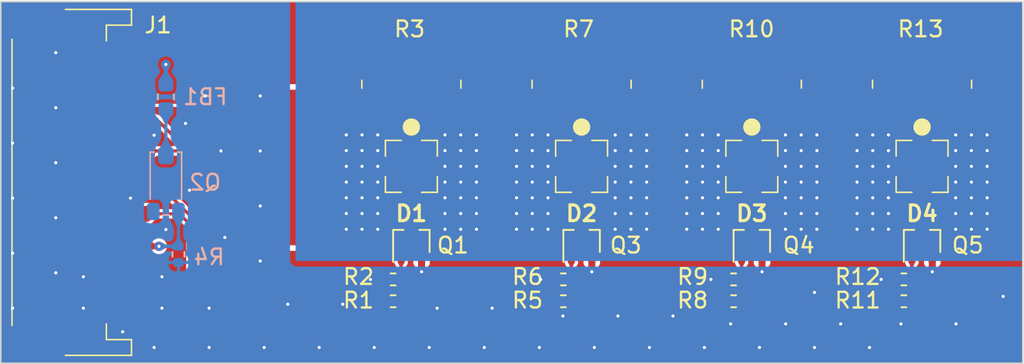
<source format=kicad_pcb>
(kicad_pcb (version 20221018) (generator pcbnew)
  (layers (0 "F.Cu" signal) (31 "B.Cu" signal) (34 "B.Paste" user) (35 "F.Paste" user) (36 "B.SilkS" user "B.Silkscreen") (37 "F.SilkS" user "F.Silkscreen") (38 "B.Mask" user) (39 "F.Mask" user) (44 "Edge.Cuts" user))
  (net 0 "")
  (net 1 "Net-(D1-A)")
  (net 2 "Net-(D1-K)")
  (net 3 "/ThermalNet")
  (net 4 "Net-(D2-A)")
  (net 5 "Net-(D2-K)")
  (net 6 "Net-(D3-A)")
  (net 7 "Net-(D3-K)")
  (net 8 "Net-(D4-A)")
  (net 9 "Net-(D4-K)")
  (net 10 "+5V")
  (net 11 "Net-(Q2-C)")
  (net 12 "/Led_High_Red")
  (net 13 "/Led_Far_Red")
  (net 14 "/Led_Deep_Blue")
  (net 15 "/Led_White")
  (net 16 "/Light_Signal")
  (net 17 "GND")
  (net 18 "Net-(Q1-G)")
  (net 19 "Net-(Q3-G)")
  (net 20 "Net-(Q4-G)")
  (net 21 "Net-(Q5-G)")
  (footprint "TrucPourPlantes:R_1225(reversed)" (layer "F.Cu") (at 126.1125 55.255 -90)
    (fp_text reference "R3" (at -3.505 0.1125) (layer "F.SilkS"))
    (fp_text value "9.1Ω")
    (fp_line (start -0.25 -3.15) (end 0.25 -3.15) (stroke (width 0.1)) (layer "F.SilkS"))
    (fp_line (start -0.25 3.15) (end 0.25 3.15) (stroke (width 0.1)) (layer "F.SilkS"))
    (pad "1" smd roundrect (at -1.4 0 270) (size 1.6 6.6) (layers "F.Cu" "F.Paste" "F.Mask") (roundrect_rratio 0.238095) (net 10 "+5V"))
    (pad "2" smd roundrect (at 1.4 0 270) (size 1.6 6.6) (layers "F.Cu" "F.Paste" "F.Mask") (roundrect_rratio 0.238095) (net 1 "Net-(D1-A)"))
  )
  (footprint "Resistor_SMD:R_0402_1005Metric" (layer "F.Cu") (at 124.9525 67.67)
    (fp_text reference "R2" (at -2.2025 -0.17) (layer "F.SilkS"))
    (fp_text value "10kΩ")
    (fp_line (start -0.153641 -0.38) (end 0.153641 -0.38) (stroke (width 0.12)) (layer "F.SilkS"))
    (fp_line (start -0.153641 0.38) (end 0.153641 0.38) (stroke (width 0.12)) (layer "F.SilkS"))
    (pad "1" smd roundrect (at -0.51 0) (size 0.54 0.64) (layers "F.Cu" "F.Paste" "F.Mask") (net 17 "GND"))
    (pad "2" smd roundrect (at 0.51 0) (size 0.54 0.64) (layers "F.Cu" "F.Paste" "F.Mask") (net 18 "Net-(Q1-G)"))
  )
  (footprint "TrucPourPlantes:LED_Osram_GH_CSSRML.24" (layer "F.Cu") (at 126.1125 60.48)
    (fp_text reference "D1" (at 0 3 unlocked) (layer "F.SilkS") (effects (font (thickness 0.2) bold)))
    (fp_text value "Red")
    (fp_line (start -1.65 -1.65) (end -0.65 -1.65) (stroke (width 0.1)) (layer "F.SilkS"))
    (fp_line (start -1.65 -0.65) (end -1.65 -1.65) (stroke (width 0.1)) (layer "F.SilkS"))
    (fp_line (start -1.65 0.65) (end -1.65 1.65) (stroke (width 0.1)) (layer "F.SilkS"))
    (fp_line (start -0.65 1.65) (end -1.65 1.65) (stroke (width 0.1)) (layer "F.SilkS"))
    (fp_line (start 0.65 -1.65) (end 1.65 -1.65) (stroke (width 0.1)) (layer "F.SilkS"))
    (fp_line (start 0.65 1.65) (end 1.65 1.65) (stroke (width 0.1)) (layer "F.SilkS"))
    (fp_line (start 1.65 -0.65) (end 1.65 -1.65) (stroke (width 0.1)) (layer "F.SilkS"))
    (fp_line (start 1.65 0.65) (end 1.65 1.65) (stroke (width 0.1)) (layer "F.SilkS"))
    (fp_circle (center 0 -2.5) (end 0.5 -2.5) (stroke (width 0.1)) (fill solid) (layer "F.SilkS"))
    (pad "1" smd rect (at 0 -1.125 180) (size 2.8 0.55) (layers "F.Cu" "F.Paste" "F.Mask") (net 1 "Net-(D1-A)"))
    (pad "2" smd rect (at 0 1.125) (size 2.8 0.55) (layers "F.Cu" "F.Paste" "F.Mask") (net 2 "Net-(D1-K)"))
    (pad "3" smd rect (at 0 0 180) (size 2.8 1) (layers "F.Cu" "F.Paste" "F.Mask") (net 3 "/ThermalNet"))
  )
  (footprint "TrucPourPlantes:LED_Osram_GF_CSSRML.24" (layer "F.Cu") (at 136.939166 60.48)
    (fp_text reference "D2" (at 0 3 unlocked) (layer "F.SilkS") (effects (font (thickness 0.2) bold)))
    (fp_text value "Far Red")
    (fp_line (start -1.65 -1.65) (end -0.65 -1.65) (stroke (width 0.1)) (layer "F.SilkS"))
    (fp_line (start -1.65 -0.65) (end -1.65 -1.65) (stroke (width 0.1)) (layer "F.SilkS"))
    (fp_line (start -1.65 0.65) (end -1.65 1.65) (stroke (width 0.1)) (layer "F.SilkS"))
    (fp_line (start -0.65 1.65) (end -1.65 1.65) (stroke (width 0.1)) (layer "F.SilkS"))
    (fp_line (start 0.65 -1.65) (end 1.65 -1.65) (stroke (width 0.1)) (layer "F.SilkS"))
    (fp_line (start 0.65 1.65) (end 1.65 1.65) (stroke (width 0.1)) (layer "F.SilkS"))
    (fp_line (start 1.65 -0.65) (end 1.65 -1.65) (stroke (width 0.1)) (layer "F.SilkS"))
    (fp_line (start 1.65 0.65) (end 1.65 1.65) (stroke (width 0.1)) (layer "F.SilkS"))
    (fp_circle (center 0 -2.5) (end 0.5 -2.5) (stroke (width 0.1)) (fill solid) (layer "F.SilkS"))
    (pad "1" smd rect (at 0 -1.125 180) (size 2.8 0.55) (layers "F.Cu" "F.Paste" "F.Mask") (net 4 "Net-(D2-A)"))
    (pad "2" smd rect (at 0 1.125) (size 2.8 0.55) (layers "F.Cu" "F.Paste" "F.Mask") (net 5 "Net-(D2-K)"))
    (pad "3" smd rect (at 0 0 180) (size 2.8 1) (layers "F.Cu" "F.Paste" "F.Mask") (net 3 "/ThermalNet"))
  )
  (footprint "Package_TO_SOT_SMD:SOT-323_SC-70" (layer "F.Cu") (at 147.765832 65.25 90)
    (fp_text reference "Q4" (at -0.25 2.984168) (layer "F.SilkS"))
    (fp_text value "~")
    (fp_line (start -0.68 1.16) (end 0.73 1.16) (stroke (width 0.12)) (layer "F.SilkS"))
    (fp_line (start 0.73 -1.16) (end -1.3 -1.16) (stroke (width 0.12)) (layer "F.SilkS"))
    (fp_line (start 0.73 -1.16) (end 0.73 -0.5) (stroke (width 0.12)) (layer "F.SilkS"))
    (fp_line (start 0.73 0.5) (end 0.73 1.16) (stroke (width 0.12)) (layer "F.SilkS"))
    (pad "1" smd rect (at -1 -0.65) (size 0.45 0.7) (layers "F.Cu" "F.Paste" "F.Mask") (net 20 "Net-(Q4-G)"))
    (pad "2" smd rect (at -1 0.65) (size 0.45 0.7) (layers "F.Cu" "F.Paste" "F.Mask") (net 17 "GND"))
    (pad "3" smd rect (at 1 0) (size 0.45 0.7) (layers "F.Cu" "F.Paste" "F.Mask") (net 7 "Net-(D3-K)"))
  )
  (footprint "TrucPourPlantes:Würth_WR-WTB_620109131822_1x09_P2.00mm_Horizontal" (layer "F.Cu") (at 107.7125 61.5 -90)
    (fp_text reference "J1" (at -10 -2.2875 unlocked) (layer "F.SilkS"))
    (fp_text value "~")
    (fp_line (start -11 -0.6) (end -11 3.6) (stroke (width 0.1)) (layer "F.SilkS"))
    (fp_line (start -10 -0.6) (end -11 -0.6) (stroke (width 0.1)) (layer "F.SilkS"))
    (fp_line (start -10 1) (end -10 -0.6) (stroke (width 0.1)) (layer "F.SilkS"))
    (fp_line (start -9.1 7) (end 9.1 7) (stroke (width 0.1)) (layer "F.SilkS"))
    (fp_line (start -9 1) (end -10 1) (stroke (width 0.1)) (layer "F.SilkS"))
    (fp_line (start 10 -0.6) (end 10 1) (stroke (width 0.1)) (layer "F.SilkS"))
    (fp_line (start 10 1) (end 9 1) (stroke (width 0.1)) (layer "F.SilkS"))
    (fp_line (start 11 -0.6) (end 10 -0.6) (stroke (width 0.1)) (layer "F.SilkS"))
    (fp_line (start 11 3.6) (end 11 -0.6) (stroke (width 0.1)) (layer "F.SilkS"))
    (pad "1" smd rect (at -8 0 270) (size 1 3.4) (layers "F.Cu" "F.Paste" "F.Mask") (net 10 "+5V"))
    (pad "2" smd rect (at -6 0 270) (size 1 3.4) (layers "F.Cu" "F.Paste" "F.Mask") (net 10 "+5V"))
    (pad "3" smd rect (at -4 0 270) (size 1 3.4) (layers "F.Cu" "F.Paste" "F.Mask") (net 12 "/Led_High_Red"))
    (pad "4" smd rect (at -2 0 270) (size 1 3.4) (layers "F.Cu" "F.Paste" "F.Mask") (net 13 "/Led_Far_Red"))
    (pad "5" smd rect (at 0 0 270) (size 1 3.4) (layers "F.Cu" "F.Paste" "F.Mask") (net 14 "/Led_Deep_Blue"))
    (pad "6" smd rect (at 2 0 270) (size 1 3.4) (layers "F.Cu" "F.Paste" "F.Mask") (net 15 "/Led_White"))
    (pad "7" smd rect (at 4 0 270) (size 1 3.4) (layers "F.Cu" "F.Paste" "F.Mask") (net 16 "/Light_Signal"))
    (pad "8" smd rect (at 6 0 270) (size 1 3.4) (layers "F.Cu" "F.Paste" "F.Mask") (net 17 "GND"))
    (pad "9" smd rect (at 8 0 270) (size 1 3.4) (layers "F.Cu" "F.Paste" "F.Mask") (net 17 "GND"))
    (pad "MP" smd rect (at -10.3 5.65 270) (size 1.4 3.1) (layers "F.Cu" "F.Paste" "F.Mask") (net 17 "GND"))
    (pad "MP" smd rect (at 10.3 5.65 270) (size 1.4 3.1) (layers "F.Cu" "F.Paste" "F.Mask") (net 17 "GND"))
  )
  (footprint "Resistor_SMD:R_0402_1005Metric" (layer "F.Cu") (at 146.605832 69.06)
    (fp_text reference "R8" (at -2.605832 -0.06) (layer "F.SilkS"))
    (fp_text value "220Ω")
    (fp_line (start -0.153641 -0.38) (end 0.153641 -0.38) (stroke (width 0.12)) (layer "F.SilkS"))
    (fp_line (start -0.153641 0.38) (end 0.153641 0.38) (stroke (width 0.12)) (layer "F.SilkS"))
    (pad "1" smd roundrect (at -0.51 0) (size 0.54 0.64) (layers "F.Cu" "F.Paste" "F.Mask") (net 14 "/Led_Deep_Blue"))
    (pad "2" smd roundrect (at 0.51 0) (size 0.54 0.64) (layers "F.Cu" "F.Paste" "F.Mask") (net 20 "Net-(Q4-G)"))
  )
  (footprint "Resistor_SMD:R_0402_1005Metric" (layer "F.Cu") (at 135.779166 69.06)
    (fp_text reference "R5" (at -2.279166 -0.06) (layer "F.SilkS"))
    (fp_text value "220Ω")
    (fp_line (start -0.153641 -0.38) (end 0.153641 -0.38) (stroke (width 0.12)) (layer "F.SilkS"))
    (fp_line (start -0.153641 0.38) (end 0.153641 0.38) (stroke (width 0.12)) (layer "F.SilkS"))
    (pad "1" smd roundrect (at -0.51 0) (size 0.54 0.64) (layers "F.Cu" "F.Paste" "F.Mask") (net 13 "/Led_Far_Red"))
    (pad "2" smd roundrect (at 0.51 0) (size 0.54 0.64) (layers "F.Cu" "F.Paste" "F.Mask") (net 19 "Net-(Q3-G)"))
  )
  (footprint "Resistor_SMD:R_0402_1005Metric" (layer "F.Cu") (at 135.779166 67.67)
    (fp_text reference "R6" (at -2.279166 -0.17) (layer "F.SilkS"))
    (fp_text value "10kΩ")
    (fp_line (start -0.153641 -0.38) (end 0.153641 -0.38) (stroke (width 0.12)) (layer "F.SilkS"))
    (fp_line (start -0.153641 0.38) (end 0.153641 0.38) (stroke (width 0.12)) (layer "F.SilkS"))
    (pad "1" smd roundrect (at -0.51 0) (size 0.54 0.64) (layers "F.Cu" "F.Paste" "F.Mask") (net 17 "GND"))
    (pad "2" smd roundrect (at 0.51 0) (size 0.54 0.64) (layers "F.Cu" "F.Paste" "F.Mask") (net 19 "Net-(Q3-G)"))
  )
  (footprint "Resistor_SMD:R_0402_1005Metric" (layer "F.Cu") (at 124.9525 69.06)
    (fp_text reference "R1" (at -2.2025 -0.06) (layer "F.SilkS"))
    (fp_text value "220Ω")
    (fp_line (start -0.153641 -0.38) (end 0.153641 -0.38) (stroke (width 0.12)) (layer "F.SilkS"))
    (fp_line (start -0.153641 0.38) (end 0.153641 0.38) (stroke (width 0.12)) (layer "F.SilkS"))
    (pad "1" smd roundrect (at -0.51 0) (size 0.54 0.64) (layers "F.Cu" "F.Paste" "F.Mask") (net 12 "/Led_High_Red"))
    (pad "2" smd roundrect (at 0.51 0) (size 0.54 0.64) (layers "F.Cu" "F.Paste" "F.Mask") (net 18 "Net-(Q1-G)"))
  )
  (footprint "TrucPourPlantes:LED_Osram_GW_CSSRML.HW" (layer "F.Cu") (at 158.5925 60.48)
    (fp_text reference "D4" (at 0 3 unlocked) (layer "F.SilkS") (effects (font (thickness 0.2) bold)))
    (fp_text value "horti white")
    (fp_line (start -1.65 -1.65) (end -0.65 -1.65) (stroke (width 0.1)) (layer "F.SilkS"))
    (fp_line (start -1.65 -0.65) (end -1.65 -1.65) (stroke (width 0.1)) (layer "F.SilkS"))
    (fp_line (start -1.65 0.65) (end -1.65 1.65) (stroke (width 0.1)) (layer "F.SilkS"))
    (fp_line (start -0.65 1.65) (end -1.65 1.65) (stroke (width 0.1)) (layer "F.SilkS"))
    (fp_line (start 0.65 -1.65) (end 1.65 -1.65) (stroke (width 0.1)) (layer "F.SilkS"))
    (fp_line (start 0.65 1.65) (end 1.65 1.65) (stroke (width 0.1)) (layer "F.SilkS"))
    (fp_line (start 1.65 -0.65) (end 1.65 -1.65) (stroke (width 0.1)) (layer "F.SilkS"))
    (fp_line (start 1.65 0.65) (end 1.65 1.65) (stroke (width 0.1)) (layer "F.SilkS"))
    (fp_circle (center 0 -2.5) (end 0.5 -2.5) (stroke (width 0.1)) (fill solid) (layer "F.SilkS"))
    (pad "1" smd rect (at 0 -1.125 180) (size 2.8 0.55) (layers "F.Cu" "F.Paste" "F.Mask") (net 8 "Net-(D4-A)"))
    (pad "2" smd rect (at 0 1.125) (size 2.8 0.55) (layers "F.Cu" "F.Paste" "F.Mask") (net 9 "Net-(D4-K)"))
    (pad "3" smd rect (at 0 0 180) (size 2.8 1) (layers "F.Cu" "F.Paste" "F.Mask") (net 3 "/ThermalNet"))
  )
  (footprint "Resistor_SMD:R_0402_1005Metric" (layer "F.Cu") (at 157.4325 67.67)
    (fp_text reference "R12" (at -2.9325 -0.17) (layer "F.SilkS"))
    (fp_text value "10kΩ")
    (fp_line (start -0.153641 -0.38) (end 0.153641 -0.38) (stroke (width 0.12)) (layer "F.SilkS"))
    (fp_line (start -0.153641 0.38) (end 0.153641 0.38) (stroke (width 0.12)) (layer "F.SilkS"))
    (pad "1" smd roundrect (at -0.51 0) (size 0.54 0.64) (layers "F.Cu" "F.Paste" "F.Mask") (net 17 "GND"))
    (pad "2" smd roundrect (at 0.51 0) (size 0.54 0.64) (layers "F.Cu" "F.Paste" "F.Mask") (net 21 "Net-(Q5-G)"))
  )
  (footprint "Resistor_SMD:R_0402_1005Metric" (layer "F.Cu") (at 157.4325 69.06)
    (fp_text reference "R11" (at -2.9325 -0.06) (layer "F.SilkS"))
    (fp_text value "220Ω")
    (fp_line (start -0.153641 -0.38) (end 0.153641 -0.38) (stroke (width 0.12)) (layer "F.SilkS"))
    (fp_line (start -0.153641 0.38) (end 0.153641 0.38) (stroke (width 0.12)) (layer "F.SilkS"))
    (pad "1" smd roundrect (at -0.51 0) (size 0.54 0.64) (layers "F.Cu" "F.Paste" "F.Mask") (net 15 "/Led_White"))
    (pad "2" smd roundrect (at 0.51 0) (size 0.54 0.64) (layers "F.Cu" "F.Paste" "F.Mask") (net 21 "Net-(Q5-G)"))
  )
  (footprint "TrucPourPlantes:LED_Osram_GD_CSSRML.14-U9V2-24-1" (layer "F.Cu") (at 147.765832 60.48)
    (fp_text reference "D3" (at 0 3 unlocked) (layer "F.SilkS") (effects (font (thickness 0.2) bold)))
    (fp_text value "Deep Blue")
    (fp_line (start -1.65 -1.65) (end -0.65 -1.65) (stroke (width 0.1)) (layer "F.SilkS"))
    (fp_line (start -1.65 -0.65) (end -1.65 -1.65) (stroke (width 0.1)) (layer "F.SilkS"))
    (fp_line (start -1.65 0.65) (end -1.65 1.65) (stroke (width 0.1)) (layer "F.SilkS"))
    (fp_line (start -0.65 1.65) (end -1.65 1.65) (stroke (width 0.1)) (layer "F.SilkS"))
    (fp_line (start 0.65 -1.65) (end 1.65 -1.65) (stroke (width 0.1)) (layer "F.SilkS"))
    (fp_line (start 0.65 1.65) (end 1.65 1.65) (stroke (width 0.1)) (layer "F.SilkS"))
    (fp_line (start 1.65 -0.65) (end 1.65 -1.65) (stroke (width 0.1)) (layer "F.SilkS"))
    (fp_line (start 1.65 0.65) (end 1.65 1.65) (stroke (width 0.1)) (layer "F.SilkS"))
    (fp_circle (center 0 -2.5) (end 0.5 -2.5) (stroke (width 0.1)) (fill solid) (layer "F.SilkS"))
    (pad "1" smd rect (at 0 -1.125 180) (size 2.8 0.55) (layers "F.Cu" "F.Paste" "F.Mask") (net 6 "Net-(D3-A)"))
    (pad "2" smd rect (at 0 1.125) (size 2.8 0.55) (layers "F.Cu" "F.Paste" "F.Mask") (net 7 "Net-(D3-K)"))
    (pad "3" smd rect (at 0 0 180) (size 2.8 1) (layers "F.Cu" "F.Paste" "F.Mask") (net 3 "/ThermalNet"))
  )
  (footprint "Package_TO_SOT_SMD:SOT-323_SC-70" (layer "F.Cu") (at 136.939166 65.25 90)
    (fp_text reference "Q3" (at -0.25 2.810834 180) (layer "F.SilkS"))
    (fp_text value "~")
    (fp_line (start -0.68 1.16) (end 0.73 1.16) (stroke (width 0.12)) (layer "F.SilkS"))
    (fp_line (start 0.73 -1.16) (end -1.3 -1.16) (stroke (width 0.12)) (layer "F.SilkS"))
    (fp_line (start 0.73 -1.16) (end 0.73 -0.5) (stroke (width 0.12)) (layer "F.SilkS"))
    (fp_line (start 0.73 0.5) (end 0.73 1.16) (stroke (width 0.12)) (layer "F.SilkS"))
    (pad "1" smd rect (at -1 -0.65) (size 0.45 0.7) (layers "F.Cu" "F.Paste" "F.Mask") (net 19 "Net-(Q3-G)"))
    (pad "2" smd rect (at -1 0.65) (size 0.45 0.7) (layers "F.Cu" "F.Paste" "F.Mask") (net 17 "GND"))
    (pad "3" smd rect (at 1 0) (size 0.45 0.7) (layers "F.Cu" "F.Paste" "F.Mask") (net 5 "Net-(D2-K)"))
  )
  (footprint "TrucPourPlantes:R_1225(reversed)" (layer "F.Cu") (at 136.939166 55.255 -90)
    (fp_text reference "R7" (at -3.505 0.189166 -180) (layer "F.SilkS"))
    (fp_text value "9.1Ω")
    (fp_line (start -0.25 -3.15) (end 0.25 -3.15) (stroke (width 0.1)) (layer "F.SilkS"))
    (fp_line (start -0.25 3.15) (end 0.25 3.15) (stroke (width 0.1)) (layer "F.SilkS"))
    (pad "1" smd roundrect (at -1.4 0 270) (size 1.6 6.6) (layers "F.Cu" "F.Paste" "F.Mask") (roundrect_rratio 0.238095) (net 10 "+5V"))
    (pad "2" smd roundrect (at 1.4 0 270) (size 1.6 6.6) (layers "F.Cu" "F.Paste" "F.Mask") (roundrect_rratio 0.238095) (net 4 "Net-(D2-A)"))
  )
  (footprint "TrucPourPlantes:R_1225(reversed)" (layer "F.Cu") (at 158.5925 55.255 -90)
    (fp_text reference "R13" (at -3.505 0.0925 -180) (layer "F.SilkS"))
    (fp_text value "6.2Ω")
    (fp_line (start -0.25 -3.15) (end 0.25 -3.15) (stroke (width 0.1)) (layer "F.SilkS"))
    (fp_line (start -0.25 3.15) (end 0.25 3.15) (stroke (width 0.1)) (layer "F.SilkS"))
    (pad "1" smd roundrect (at -1.4 0 270) (size 1.6 6.6) (layers "F.Cu" "F.Paste" "F.Mask") (roundrect_rratio 0.238095) (net 10 "+5V"))
    (pad "2" smd roundrect (at 1.4 0 270) (size 1.6 6.6) (layers "F.Cu" "F.Paste" "F.Mask") (roundrect_rratio 0.238095) (net 8 "Net-(D4-A)"))
  )
  (footprint "Package_TO_SOT_SMD:SOT-323_SC-70" (layer "F.Cu") (at 158.5925 65.25 90)
    (fp_text reference "Q5" (at -0.25 2.9075 180) (layer "F.SilkS"))
    (fp_text value "~")
    (fp_line (start -0.68 1.16) (end 0.73 1.16) (stroke (width 0.12)) (layer "F.SilkS"))
    (fp_line (start 0.73 -1.16) (end -1.3 -1.16) (stroke (width 0.12)) (layer "F.SilkS"))
    (fp_line (start 0.73 -1.16) (end 0.73 -0.5) (stroke (width 0.12)) (layer "F.SilkS"))
    (fp_line (start 0.73 0.5) (end 0.73 1.16) (stroke (width 0.12)) (layer "F.SilkS"))
    (pad "1" smd rect (at -1 -0.65) (size 0.45 0.7) (layers "F.Cu" "F.Paste" "F.Mask") (net 21 "Net-(Q5-G)"))
    (pad "2" smd rect (at -1 0.65) (size 0.45 0.7) (layers "F.Cu" "F.Paste" "F.Mask") (net 17 "GND"))
    (pad "3" smd rect (at 1 0) (size 0.45 0.7) (layers "F.Cu" "F.Paste" "F.Mask") (net 9 "Net-(D4-K)"))
  )
  (footprint "Resistor_SMD:R_0402_1005Metric" (layer "F.Cu") (at 146.605832 67.67)
    (fp_text reference "R9" (at -2.605832 -0.17) (layer "F.SilkS"))
    (fp_text value "10kΩ")
    (fp_line (start -0.153641 -0.38) (end 0.153641 -0.38) (stroke (width 0.12)) (layer "F.SilkS"))
    (fp_line (start -0.153641 0.38) (end 0.153641 0.38) (stroke (width 0.12)) (layer "F.SilkS"))
    (pad "1" smd roundrect (at -0.51 0) (size 0.54 0.64) (layers "F.Cu" "F.Paste" "F.Mask") (net 17 "GND"))
    (pad "2" smd roundrect (at 0.51 0) (size 0.54 0.64) (layers "F.Cu" "F.Paste" "F.Mask") (net 20 "Net-(Q4-G)"))
  )
  (footprint "Package_TO_SOT_SMD:SOT-323_SC-70" (layer "F.Cu") (at 126.1125 65.25 90)
    (fp_text reference "Q1" (at -0.25 2.6375) (layer "F.SilkS"))
    (fp_text value "~")
    (fp_line (start -0.68 1.16) (end 0.73 1.16) (stroke (width 0.12)) (layer "F.SilkS"))
    (fp_line (start 0.73 -1.16) (end -1.3 -1.16) (stroke (width 0.12)) (layer "F.SilkS"))
    (fp_line (start 0.73 -1.16) (end 0.73 -0.5) (stroke (width 0.12)) (layer "F.SilkS"))
    (fp_line (start 0.73 0.5) (end 0.73 1.16) (stroke (width 0.12)) (layer "F.SilkS"))
    (pad "1" smd rect (at -1 -0.65) (size 0.45 0.7) (layers "F.Cu" "F.Paste" "F.Mask") (net 18 "Net-(Q1-G)"))
    (pad "2" smd rect (at -1 0.65) (size 0.45 0.7) (layers "F.Cu" "F.Paste" "F.Mask") (net 17 "GND"))
    (pad "3" smd rect (at 1 0) (size 0.45 0.7) (layers "F.Cu" "F.Paste" "F.Mask") (net 2 "Net-(D1-K)"))
  )
  (footprint "TrucPourPlantes:R_1225(reversed)" (layer "F.Cu") (at 147.765832 55.255 -90)
    (fp_text reference "R10" (at -3.505 0.015832 -180) (layer "F.SilkS"))
    (fp_text value "6.2Ω")
    (fp_line (start -0.25 -3.15) (end 0.25 -3.15) (stroke (width 0.1)) (layer "F.SilkS"))
    (fp_line (start -0.25 3.15) (end 0.25 3.15) (stroke (width 0.1)) (layer "F.SilkS"))
    (pad "1" smd roundrect (at -1.4 0 270) (size 1.6 6.6) (layers "F.Cu" "F.Paste" "F.Mask") (roundrect_rratio 0.238095) (net 10 "+5V"))
    (pad "2" smd roundrect (at 1.4 0 270) (size 1.6 6.6) (layers "F.Cu" "F.Paste" "F.Mask") (roundrect_rratio 0.238095) (net 6 "Net-(D3-A)"))
  )
  (footprint "Inductor_SMD:L_0603_1608Metric" (layer "B.Cu") (at 110.5 56.0625 -90)
    (fp_text reference "FB1" (at 0 -2.5 -180) (layer "B.SilkS") (effects (justify mirror)))
    (fp_text value "100Ω")
    (fp_line (start -0.162779 -0.51) (end 0.162779 -0.51) (stroke (width 0.12)) (layer "B.SilkS"))
    (fp_line (start -0.162779 0.51) (end 0.162779 0.51) (stroke (width 0.12)) (layer "B.SilkS"))
    (pad "1" smd roundrect (at -0.7875 0 270) (size 0.875 0.95) (layers "B.Cu" "B.Paste" "B.Mask") (net 10 "+5V"))
    (pad "2" smd roundrect (at 0.7875 0 270) (size 0.875 0.95) (layers "B.Cu" "B.Paste" "B.Mask") (net 11 "Net-(Q2-C)"))
  )
  (footprint "TrucPourPlantes:Sensor_Light_Vishay_TEMT6000" (layer "B.Cu") (at 110.5 61.575 90)
    (fp_text reference "Q2" (at 0.075 2.5 unlocked) (layer "B.SilkS") (effects (justify mirror)))
    (fp_text value "~" hide)
    (fp_line (start -2 0.2) (end -2 -0.2) (stroke (width 0.1)) (layer "B.SilkS"))
    (fp_line (start -1 -1) (end 2 -1) (stroke (width 0.1)) (layer "B.SilkS"))
    (fp_line (start -1 1) (end 2 1) (stroke (width 0.1)) (layer "B.SilkS"))
    (fp_line (start 2 -1) (end 2 -0.75) (stroke (width 0.1)) (layer "B.SilkS"))
    (fp_line (start 2 1) (end 2 0.75) (stroke (width 0.1)) (layer "B.SilkS"))
    (pad "1" smd roundrect (at -1.775 0.8 90) (size 1.1 0.8) (layers "B.Cu" "B.Paste" "B.Mask") (net 16 "/Light_Signal"))
    (pad "2" smd roundrect (at 1.775 0 90) (size 1.1 1) (layers "B.Cu" "B.Paste" "B.Mask") (net 11 "Net-(Q2-C)"))
    (pad "3" smd roundrect (at -1.775 -0.8 90) (size 1.1 0.8) (layers "B.Cu" "B.Paste" "B.Mask"))
  )
  (footprint "Resistor_SMD:R_0402_1005Metric" (layer "B.Cu") (at 111.3 66.075 -90)
    (fp_text reference "R4" (at 0.175 -1.95 -180) (layer "B.SilkS") (effects (justify mirror)))
    (fp_text value "10kΩ")
    (fp_line (start -0.153641 -0.38) (end 0.153641 -0.38) (stroke (width 0.12)) (layer "B.SilkS"))
    (fp_line (start -0.153641 0.38) (end 0.153641 0.38) (stroke (width 0.12)) (layer "B.SilkS"))
    (pad "1" smd roundrect (at -0.51 0 270) (size 0.54 0.64) (layers "B.Cu" "B.Paste" "B.Mask") (net 16 "/Light_Signal"))
    (pad "2" smd roundrect (at 0.51 0 270) (size 0.54 0.64) (layers "B.Cu" "B.Paste" "B.Mask") (net 17 "GND"))
  )
  (gr_rect (start 100 50) (end 165 73) (stroke (width 0.1)) (fill none) (layer "Edge.Cuts"))
  (segment (start 126.1125 59.355) (end 126.1125 56.655) (width 0.55) (layer "F.Cu") (net 1))
  (segment (start 126.1125 64.25) (end 126.1125 61.605) (width 0.55) (layer "F.Cu") (net 2))
  (via (at 130.25 64.48) (size 0.6) (drill 0.2) (layers "F.Cu" "B.Cu") (net 3))
  (via (at 130.25 63.48) (size 0.6) (drill 0.2) (layers "F.Cu" "B.Cu") (net 3))
  (via (at 145.628332 62.48) (size 0.6) (drill 0.2) (layers "F.Cu" "B.Cu") (net 3))
  (via (at 156.455 62.48) (size 0.6) (drill 0.2) (layers "F.Cu" "B.Cu") (net 3))
  (via (at 123.975 62.48) (size 0.6) (drill 0.2) (layers "F.Cu" "B.Cu") (net 3))
  (via (at 149.903332 63.48) (size 0.6) (drill 0.2) (layers "F.Cu" "B.Cu") (net 3))
  (via (at 156.455 58.48) (size 0.6) (drill 0.2) (layers "F.Cu" "B.Cu") (net 3))
  (via (at 155.455 63.48) (size 0.6) (drill 0.2) (layers "F.Cu" "B.Cu") (net 3))
  (via (at 122.975 60.48) (size 0.6) (drill 0.2) (layers "F.Cu" "B.Cu") (net 3))
  (via (at 121.975 64.48) (size 0.6) (drill 0.2) (layers "F.Cu" "B.Cu") (net 3))
  (via (at 143.628332 64.48) (size 0.6) (drill 0.2) (layers "F.Cu" "B.Cu") (net 3))
  (via (at 121.975 63.48) (size 0.6) (drill 0.2) (layers "F.Cu" "B.Cu") (net 3))
  (via (at 133.801666 64.48) (size 0.6) (drill 0.2) (layers "F.Cu" "B.Cu") (net 3))
  (via (at 155.455 58.48) (size 0.6) (drill 0.2) (layers "F.Cu" "B.Cu") (net 3))
  (via (at 149.903332 58.48) (size 0.6) (drill 0.2) (layers "F.Cu" "B.Cu") (net 3))
  (via (at 143.628332 61.48) (size 0.6) (drill 0.2) (layers "F.Cu" "B.Cu") (net 3))
  (via (at 151.903332 61.48) (size 0.6) (drill 0.2) (layers "F.Cu" "B.Cu") (net 3))
  (via (at 132.801666 60.48) (size 0.6) (drill 0.2) (layers "F.Cu" "B.Cu") (net 3))
  (via (at 128.25 64.48) (size 0.6) (drill 0.2) (layers "F.Cu" "B.Cu") (net 3))
  (via (at 145.628332 63.48) (size 0.6) (drill 0.2) (layers "F.Cu" "B.Cu") (net 3))
  (via (at 150.903332 61.48) (size 0.6) (drill 0.2) (layers "F.Cu" "B.Cu") (net 3))
  (via (at 134.801666 64.48) (size 0.6) (drill 0.2) (layers "F.Cu" "B.Cu") (net 3))
  (via (at 133.801666 61.48) (size 0.6) (drill 0.2) (layers "F.Cu" "B.Cu") (net 3))
  (via (at 154.455 61.48) (size 0.6) (drill 0.2) (layers "F.Cu" "B.Cu") (net 3))
  (via (at 133.801666 62.48) (size 0.6) (drill 0.2) (layers "F.Cu" "B.Cu") (net 3))
  (via (at 156.455 61.48) (size 0.6) (drill 0.2) (layers "F.Cu" "B.Cu") (net 3))
  (via (at 161.73 62.48) (size 0.6) (drill 0.2) (layers "F.Cu" "B.Cu") (net 3))
  (via (at 134.801666 61.48) (size 0.6) (drill 0.2) (layers "F.Cu" "B.Cu") (net 3))
  (via (at 149.903332 64.48) (size 0.6) (drill 0.2) (layers "F.Cu" "B.Cu") (net 3))
  (via (at 162.73 58.48) (size 0.6) (drill 0.2) (layers "F.Cu" "B.Cu") (net 3))
  (via (at 133.801666 58.48) (size 0.6) (drill 0.2) (layers "F.Cu" "B.Cu") (net 3))
  (via (at 151.903332 63.48) (size 0.6) (drill 0.2) (layers "F.Cu" "B.Cu") (net 3))
  (via (at 122.975 64.48) (size 0.6) (drill 0.2) (layers "F.Cu" "B.Cu") (net 3))
  (via (at 145.628332 61.48) (size 0.6) (drill 0.2) (layers "F.Cu" "B.Cu") (net 3))
  (via (at 155.455 62.48) (size 0.6) (drill 0.2) (layers "F.Cu" "B.Cu") (net 3))
  (via (at 133.801666 63.48) (size 0.6) (drill 0.2) (layers "F.Cu" "B.Cu") (net 3))
  (via (at 139.076666 64.48) (size 0.6) (drill 0.2) (layers "F.Cu" "B.Cu") (net 3))
  (via (at 141.076666 58.48) (size 0.6) (drill 0.2) (layers "F.Cu" "B.Cu") (net 3))
  (via (at 150.903332 60.48) (size 0.6) (drill 0.2) (layers "F.Cu" "B.Cu") (net 3))
  (via (at 161.73 60.48) (size 0.6) (drill 0.2) (layers "F.Cu" "B.Cu") (net 3))
  (via (at 139.076666 63.48) (size 0.6) (drill 0.2) (layers "F.Cu" "B.Cu") (net 3))
  (via (at 123.975 60.48) (size 0.6) (drill 0.2) (layers "F.Cu" "B.Cu") (net 3))
  (via (at 156.455 64.48) (size 0.6) (drill 0.2) (layers "F.Cu" "B.Cu") (net 3))
  (via (at 141.076666 64.48) (size 0.6) (drill 0.2) (layers "F.Cu" "B.Cu") (net 3))
  (via (at 123.975 61.48) (size 0.6) (drill 0.2) (layers "F.Cu" "B.Cu") (net 3))
  (via (at 143.628332 59.48) (size 0.6) (drill 0.2) (layers "F.Cu" "B.Cu") (net 3))
  (via (at 133.801666 59.48) (size 0.6) (drill 0.2) (layers "F.Cu" "B.Cu") (net 3))
  (via (at 140.076666 58.48) (size 0.6) (drill 0.2) (layers "F.Cu" "B.Cu") (net 3))
  (via (at 139.076666 60.48) (size 0.6) (drill 0.2) (layers "F.Cu" "B.Cu") (net 3))
  (via (at 130.25 61.48) (size 0.6) (drill 0.2) (layers "F.Cu" "B.Cu") (net 3))
  (via (at 139.076666 58.48) (size 0.6) (drill 0.2) (layers "F.Cu" "B.Cu") (net 3))
  (via (at 140.076666 62.48) (size 0.6) (drill 0.2) (layers "F.Cu" "B.Cu") (net 3))
  (via (at 129.25 63.48) (size 0.6) (drill 0.2) (layers "F.Cu" "B.Cu") (net 3))
  (via (at 150.903332 64.48) (size 0.6) (drill 0.2) (layers "F.Cu" "B.Cu") (net 3))
  (via (at 143.628332 58.48) (size 0.6) (drill 0.2) (layers "F.Cu" "B.Cu") (net 3))
  (via (at 161.73 59.48) (size 0.6) (drill 0.2) (layers "F.Cu" "B.Cu") (net 3))
  (via (at 161.73 61.48) (size 0.6) (drill 0.2) (layers "F.Cu" "B.Cu") (net 3))
  (via (at 144.628332 58.48) (size 0.6) (drill 0.2) (layers "F.Cu" "B.Cu") (net 3))
  (via (at 134.801666 60.48) (size 0.6) (drill 0.2) (layers "F.Cu" "B.Cu") (net 3))
  (via (at 129.25 61.48) (size 0.6) (drill 0.2) (layers "F.Cu" "B.Cu") (net 3))
  (via (at 139.076666 59.48) (size 0.6) (drill 0.2) (layers "F.Cu" "B.Cu") (net 3))
  (via (at 121.975 62.48) (size 0.6) (drill 0.2) (layers "F.Cu" "B.Cu") (net 3))
  (via (at 155.455 61.48) (size 0.6) (drill 0.2) (layers "F.Cu" "B.Cu") (net 3))
  (via (at 150.903332 63.48) (size 0.6) (drill 0.2) (layers "F.Cu" "B.Cu") (net 3))
  (via (at 145.628332 58.48) (size 0.6) (drill 0.2) (layers "F.Cu" "B.Cu") (net 3))
  (via (at 139.076666 62.48) (size 0.6) (drill 0.2) (layers "F.Cu" "B.Cu") (net 3))
  (via (at 134.801666 58.48) (size 0.6) (drill 0.2) (layers "F.Cu" "B.Cu") (net 3))
  (via (at 132.801666 59.48) (size 0.6) (drill 0.2) (layers "F.Cu" "B.Cu") (net 3))
  (via (at 150.903332 62.48) (size 0.6) (drill 0.2) (layers "F.Cu" "B.Cu") (net 3))
  (via (at 160.73 64.48) (size 0.6) (drill 0.2) (layers "F.Cu" "B.Cu") (net 3))
  (via (at 121.975 59.48) (size 0.6) (drill 0.2) (layers "F.Cu" "B.Cu") (net 3))
  (via (at 128.25 62.48) (size 0.6) (drill 0.2) (layers "F.Cu" "B.Cu") (net 3))
  (via (at 139.076666 61.48) (size 0.6) (drill 0.2) (layers "F.Cu" "B.Cu") (net 3))
  (via (at 129.25 59.48) (size 0.6) (drill 0.2) (layers "F.Cu" "B.Cu") (net 3))
  (via (at 145.628332 59.48) (size 0.6) (drill 0.2) (layers "F.Cu" "B.Cu") (net 3))
  (via (at 123.975 59.48) (size 0.6) (drill 0.2) (layers "F.Cu" "B.Cu") (net 3))
  (via (at 123.975 64.48) (size 0.6) (drill 0.2) (layers "F.Cu" "B.Cu") (net 3))
  (via (at 162.73 63.48) (size 0.6) (drill 0.2) (layers "F.Cu" "B.Cu") (net 3))
  (via (at 134.801666 63.48) (size 0.6) (drill 0.2) (layers "F.Cu" "B.Cu") (net 3))
  (via (at 145.628332 64.48) (size 0.6) (drill 0.2) (layers "F.Cu" "B.Cu") (net 3))
  (via (at 155.455 64.48) (size 0.6) (drill 0.2) (layers "F.Cu" "B.Cu") (net 3))
  (via (at 132.801666 63.48) (size 0.6) (drill 0.2) (layers "F.Cu" "B.Cu") (net 3))
  (via (at 151.903332 59.48) (size 0.6) (drill 0.2) (layers "F.Cu" "B.Cu") (net 3))
  (via (at 160.73 63.48) (size 0.6) (drill 0.2) (layers "F.Cu" "B.Cu") (net 3))
  (via (at 132.801666 58.48) (size 0.6) (drill 0.2) (layers "F.Cu" "B.Cu") (net 3))
  (via (at 132.801666 64.48) (size 0.6) (drill 0.2) (layers "F.Cu" "B.Cu") (net 3))
  (via (at 130.25 60.48) (size 0.6) (drill 0.2) (layers "F.Cu" "B.Cu") (net 3))
  (via (at 128.25 59.48) (size 0.6) (drill 0.2) (layers "F.Cu" "B.Cu") (net 3))
  (via (at 156.455 59.48) (size 0.6) (drill 0.2) (layers "F.Cu" "B.Cu") (net 3))
  (via (at 151.903332 64.48) (size 0.6) (drill 0.2) (layers "F.Cu" "B.Cu") (net 3))
  (via (at 130.25 62.48) (size 0.6) (drill 0.2) (layers "F.Cu" "B.Cu") (net 3))
  (via (at 140.076666 60.48) (size 0.6) (drill 0.2) (layers "F.Cu" "B.Cu") (net 3))
  (via (at 151.903332 60.48) (size 0.6) (drill 0.2) (layers "F.Cu" "B.Cu") (net 3))
  (via (at 133.801666 60.48) (size 0.6) (drill 0.2) (layers "F.Cu" "B.Cu") (net 3))
  (via (at 160.73 60.48) (size 0.6) (drill 0.2) (layers "F.Cu" "B.Cu") (net 3))
  (via (at 134.801666 59.48) (size 0.6) (drill 0.2) (layers "F.Cu" "B.Cu") (net 3))
  (via (at 129.25 62.48) (size 0.6) (drill 0.2) (layers "F.Cu" "B.Cu") (net 3))
  (via (at 122.975 63.48) (size 0.6) (drill 0.2) (layers "F.Cu" "B.Cu") (net 3))
  (via (at 121.975 60.48) (size 0.6) (drill 0.2) (layers "F.Cu" "B.Cu") (net 3))
  (via (at 130.25 59.48) (size 0.6) (drill 0.2) (layers "F.Cu" "B.Cu") (net 3))
  (via (at 160.73 58.48) (size 0.6) (drill 0.2) (layers "F.Cu" "B.Cu") (net 3))
  (via (at 132.801666 62.48) (size 0.6) (drill 0.2) (layers "F.Cu" "B.Cu") (net 3))
  (via (at 161.73 64.48) (size 0.6) (drill 0.2) (layers "F.Cu" "B.Cu") (net 3))
  (via (at 151.903332 62.48) (size 0.6) (drill 0.2) (layers "F.Cu" "B.Cu") (net 3))
  (via (at 156.455 60.48) (size 0.6) (drill 0.2) (layers "F.Cu" "B.Cu") (net 3))
  (via (at 140.076666 64.48) (size 0.6) (drill 0.2) (layers "F.Cu" "B.Cu") (net 3))
  (via (at 123.975 63.48) (size 0.6) (drill 0.2) (layers "F.Cu" "B.Cu") (net 3))
  (via (at 162.73 64.48) (size 0.6) (drill 0.2) (layers "F.Cu" "B.Cu") (net 3))
  (via (at 141.076666 60.48) (size 0.6) (drill 0.2) (layers "F.Cu" "B.Cu") (net 3))
  (via (at 141.076666 62.48) (size 0.6) (drill 0.2) (layers "F.Cu" "B.Cu") (net 3))
  (via (at 122.975 62.48) (size 0.6) (drill 0.2) (layers "F.Cu" "B.Cu") (net 3))
  (via (at 156.455 63.48) (size 0.6) (drill 0.2) (layers "F.Cu" "B.Cu") (net 3))
  (via (at 132.801666 61.48) (size 0.6) (drill 0.2) (layers "F.Cu" "B.Cu") (net 3))
  (via (at 140.076666 59.48) (size 0.6) (drill 0.2) (layers "F.Cu" "B.Cu") (net 3))
  (via (at 123.975 58.48) (size 0.6) (drill 0.2) (layers "F.Cu" "B.Cu") (net 3))
  (via (at 162.73 60.48) (size 0.6) (drill 0.2) (layers "F.Cu" "B.Cu") (net 3))
  (via (at 162.73 61.48) (size 0.6) (drill 0.2) (layers "F.Cu" "B.Cu") (net 3))
  (via (at 140.076666 61.48) (size 0.6) (drill 0.2) (layers "F.Cu" "B.Cu") (net 3))
  (via (at 128.25 60.48) (size 0.6) (drill 0.2) (layers "F.Cu" "B.Cu") (net 3))
  (via (at 128.25 61.48) (size 0.6) (drill 0.2) (layers "F.Cu" "B.Cu") (net 3))
  (via (at 151.903332 58.48) (size 0.6) (drill 0.2) (layers "F.Cu" "B.Cu") (net 3))
  (via (at 130.25 58.48) (size 0.6) (drill 0.2) (layers "F.Cu" "B.Cu") (net 3))
  (via (at 144.628332 64.48) (size 0.6) (drill 0.2) (layers "F.Cu" "B.Cu") (net 3))
  (via (at 155.455 59.48) (size 0.6) (drill 0.2) (layers "F.Cu" "B.Cu") (net 3))
  (via (at 144.628332 60.48) (size 0.6) (drill 0.2) (layers "F.Cu" "B.Cu") (net 3))
  (via (at 149.903332 60.48) (size 0.6) (drill 0.2) (layers "F.Cu" "B.Cu") (net 3))
  (via (at 154.455 63.48) (size 0.6) (drill 0.2) (layers "F.Cu" "B.Cu") (net 3))
  (via (at 134.801666 62.48) (size 0.6) (drill 0.2) (layers "F.Cu" "B.Cu") (net 3))
  (via (at 154.455 60.48) (size 0.6) (drill 0.2) (layers "F.Cu" "B.Cu") (net 3))
  (via (at 154.455 64.48) (size 0.6) (drill 0.2) (layers "F.Cu" "B.Cu") (net 3))
  (via (at 128.25 58.48) (size 0.6) (drill 0.2) (layers "F.Cu" "B.Cu") (net 3))
  (via (at 154.455 58.48) (size 0.6) (drill 0.2) (layers "F.Cu" "B.Cu") (net 3))
  (via (at 143.628332 63.48) (size 0.6) (drill 0.2) (layers "F.Cu" "B.Cu") (net 3))
  (via (at 121.975 58.48) (size 0.6) (drill 0.2) (layers "F.Cu" "B.Cu") (net 3))
  (via (at 144.628332 59.48) (size 0.6) (drill 0.2) (layers "F.Cu" "B.Cu") (net 3))
  (via (at 162.73 59.48) (size 0.6) (drill 0.2) (layers "F.Cu" "B.Cu") (net 3))
  (via (at 145.628332 60.48) (size 0.6) (drill 0.2) (layers "F.Cu" "B.Cu") (net 3))
  (via (at 160.73 62.48) (size 0.6) (drill 0.2) (layers "F.Cu" "B.Cu") (net 3))
  (via (at 144.628332 61.48) (size 0.6) (drill 0.2) (layers "F.Cu" "B.Cu") (net 3))
  (via (at 154.455 62.48) (size 0.6) (drill 0.2) (layers "F.Cu" "B.Cu") (net 3))
  (via (at 160.73 59.48) (size 0.6) (drill 0.2) (layers "F.Cu" "B.Cu") (net 3))
  (via (at 144.628332 63.48) (size 0.6) (drill 0.2) (layers "F.Cu" "B.Cu") (net 3))
  (via (at 122.975 61.48) (size 0.6) (drill 0.2) (layers "F.Cu" "B.Cu") (net 3))
  (via (at 140.076666 63.48) (size 0.6) (drill 0.2) (layers "F.Cu" "B.Cu") (net 3))
  (via (at 143.628332 62.48) (size 0.6) (drill 0.2) (layers "F.Cu" "B.Cu") (net 3))
  (via (at 122.975 59.48) (size 0.6) (drill 0.2) (layers "F.Cu" "B.Cu") (net 3))
  (via (at 128.25 63.48) (size 0.6) (drill 0.2) (layers "F.Cu" "B.Cu") (net 3))
  (via (at 160.73 61.48) (size 0.6) (drill 0.2) (layers "F.Cu" "B.Cu") (net 3))
  (via (at 161.73 63.48) (size 0.6) (drill 0.2) (layers "F.Cu" "B.Cu") (net 3))
  (via (at 141.076666 63.48) (size 0.6) (drill 0.2) (layers "F.Cu" "B.Cu") (net 3))
  (via (at 129.25 60.48) (size 0.6) (drill 0.2) (layers "F.Cu" "B.Cu") (net 3))
  (via (at 149.903332 59.48) (size 0.6) (drill 0.2) (layers "F.Cu" "B.Cu") (net 3))
  (via (at 129.25 64.48) (size 0.6) (drill 0.2) (layers "F.Cu" "B.Cu") (net 3))
  (via (at 149.903332 62.48) (size 0.6) (drill 0.2) (layers "F.Cu" "B.Cu") (net 3))
  (via (at 150.903332 58.48) (size 0.6) (drill 0.2) (layers "F.Cu" "B.Cu") (net 3))
  (via (at 150.903332 59.48) (size 0.6) (drill 0.2) (layers "F.Cu" "B.Cu") (net 3))
  (via (at 149.903332 61.48) (size 0.6) (drill 0.2) (layers "F.Cu" "B.Cu") (net 3))
  (via (at 141.076666 61.48) (size 0.6) (drill 0.2) (layers "F.Cu" "B.Cu") (net 3))
  (via (at 121.975 61.48) (size 0.6) (drill 0.2) (layers "F.Cu" "B.Cu") (net 3))
  (via (at 162.73 62.48) (size 0.6) (drill 0.2) (layers "F.Cu" "B.Cu") (net 3))
  (via (at 154.455 59.48) (size 0.6) (drill 0.2) (layers "F.Cu" "B.Cu") (net 3))
  (via (at 129.25 58.48) (size 0.6) (drill 0.2) (layers "F.Cu" "B.Cu") (net 3))
  (via (at 161.73 58.48) (size 0.6) (drill 0.2) (layers "F.Cu" "B.Cu") (net 3))
  (via (at 141.076666 59.48) (size 0.6) (drill 0.2) (layers "F.Cu" "B.Cu") (net 3))
  (via (at 122.975 58.48) (size 0.6) (drill 0.2) (layers "F.Cu" "B.Cu") (net 3))
  (via (at 143.628332 60.48) (size 0.6) (drill 0.2) (layers "F.Cu" "B.Cu") (net 3))
  (via (at 144.628332 62.48) (size 0.6) (drill 0.2) (layers "F.Cu" "B.Cu") (net 3))
  (via (at 155.455 60.48) (size 0.6) (drill 0.2) (layers "F.Cu" "B.Cu") (net 3))
  (segment (start 136.939166 59.355) (end 136.939166 56.655) (width 0.55) (layer "F.Cu") (net 4))
  (segment (start 136.939166 64.25) (end 136.939166 61.605) (width 0.55) (layer "F.Cu") (net 5))
  (segment (start 147.765832 59.355) (end 147.765832 56.655) (width 0.55) (layer "F.Cu") (net 6))
  (segment (start 147.765832 64.25) (end 147.765832 61.605) (width 0.55) (layer "F.Cu") (net 7))
  (segment (start 158.5925 59.355) (end 158.5925 56.655) (width 0.55) (layer "F.Cu") (net 8))
  (segment (start 158.5925 64.25) (end 158.5925 61.605) (width 0.55) (layer "F.Cu") (net 9))
  (via (at 110.5 54) (size 0.6) (drill 0.2) (layers "F.Cu" "B.Cu") (net 10))
  (segment (start 110.5 55.275) (end 110.5 54) (width 0.2) (layer "B.Cu") (net 10))
  (segment (start 110.5 59.8) (end 110.5 56.85) (width 0.2) (layer "B.Cu") (net 11))
  (segment (start 123.9675 69.535) (end 124.4425 69.06) (width 0.2) (layer "F.Cu") (net 12))
  (segment (start 116.475 70.05) (end 117.275 70.05) (width 0.2) (layer "F.Cu") (net 12))
  (segment (start 113.35 66.925) (end 116.475 70.05) (width 0.2) (layer "F.Cu") (net 12))
  (segment (start 113.35 60.925001) (end 113.35 66.925) (width 0.2) (layer "F.Cu") (net 12))
  (segment (start 109.925 57.5) (end 113.35 60.925001) (width 0.2) (layer "F.Cu") (net 12))
  (segment (start 117.275 70.05) (end 122.6525 70.05) (width 0.2) (layer "F.Cu") (net 12))
  (segment (start 122.6525 70.05) (end 123.4525 70.05) (width 0.2) (layer "F.Cu") (net 12))
  (segment (start 107.7125 57.5) (end 109.925 57.5) (width 0.2) (layer "F.Cu") (net 12))
  (segment (start 123.4525 70.05) (end 124 69.5025) (width 0.2) (layer "F.Cu") (net 12))
  (segment (start 133.879166 70.45) (end 135.269166 69.06) (width 0.2) (layer "F.Cu") (net 13))
  (segment (start 112.892157 61.032843) (end 112.892157 67.032843) (width 0.2) (layer "F.Cu") (net 13))
  (segment (start 133.079166 70.45) (end 133.879166 70.45) (width 0.2) (layer "F.Cu") (net 13))
  (segment (start 116.309314 70.45) (end 117.109314 70.45) (width 0.2) (layer "F.Cu") (net 13))
  (segment (start 111.359314 59.5) (end 112.892157 61.032843) (width 0.2) (layer "F.Cu") (net 13))
  (segment (start 112.892157 67.032843) (end 116.309314 70.45) (width 0.2) (layer "F.Cu") (net 13))
  (segment (start 117.109314 70.45) (end 133.079166 70.45) (width 0.2) (layer "F.Cu") (net 13))
  (segment (start 107.7125 59.5) (end 111.359314 59.5) (width 0.2) (layer "F.Cu") (net 13))
  (segment (start 107.7125 61.5) (end 109.925 61.5) (width 0.2) (layer "F.Cu") (net 14))
  (segment (start 112.492157 64.067157) (end 112.492157 67.198529) (width 0.2) (layer "F.Cu") (net 14))
  (segment (start 143.505832 70.85) (end 144.305832 70.85) (width 0.2) (layer "F.Cu") (net 14))
  (segment (start 112.492157 67.198529) (end 116.143628 70.85) (width 0.2) (layer "F.Cu") (net 14))
  (segment (start 109.925 61.5) (end 112.492157 64.067157) (width 0.2) (layer "F.Cu") (net 14))
  (segment (start 116.943628 70.85) (end 143.505832 70.85) (width 0.2) (layer "F.Cu") (net 14))
  (segment (start 116.143628 70.85) (end 116.943628 70.85) (width 0.2) (layer "F.Cu") (net 14))
  (segment (start 144.305832 70.85) (end 146.095832 69.06) (width 0.2) (layer "F.Cu") (net 14))
  (segment (start 112.092157 64.232843) (end 112.092157 67.364215) (width 0.2) (layer "F.Cu") (net 15))
  (segment (start 107.7125 63.5) (end 111.359314 63.5) (width 0.2) (layer "F.Cu") (net 15))
  (segment (start 154.7325 71.25) (end 155.25 70.7325) (width 0.2) (layer "F.Cu") (net 15))
  (segment (start 116.777942 71.25) (end 153.9325 71.25) (width 0.2) (layer "F.Cu") (net 15))
  (segment (start 112.092157 67.364215) (end 115.977942 71.25) (width 0.2) (layer "F.Cu") (net 15))
  (segment (start 153.9325 71.25) (end 154.7325 71.25) (width 0.2) (layer "F.Cu") (net 15))
  (segment (start 155.2475 70.735) (end 156.9225 69.06) (width 0.2) (layer "F.Cu") (net 15))
  (segment (start 115.977942 71.25) (end 116.777942 71.25) (width 0.2) (layer "F.Cu") (net 15))
  (segment (start 111.359314 63.5) (end 112.092157 64.232843) (width 0.2) (layer "F.Cu") (net 15))
  (segment (start 110.0525 65.565) (end 110.0625 65.575) (width 0.2) (layer "F.Cu") (net 16))
  (segment (start 107.565 65.565) (end 110.0525 65.565) (width 0.2) (layer "F.Cu") (net 16))
  (via (at 110.0625 65.565) (size 0.6) (drill 0.2) (layers "F.Cu" "B.Cu") (net 16))
  (segment (start 111.3 65.565) (end 110.0625 65.565) (width 0.2) (layer "B.Cu") (net 16))
  (segment (start 111.3 65.565) (end 111.3 63.35) (width 0.2) (layer "B.Cu") (net 16))
  (via (at 103.5 67.25) (size 0.6) (drill 0.2) (layers "F.Cu" "B.Cu") (net 17))
  (via (at 155.25 72) (size 0.6) (drill 0.2) (layers "F.Cu" "B.Cu") (net 17))
  (via (at 100.75 66) (size 0.6) (drill 0.2) (layers "F.Cu" "B.Cu") (net 17))
  (via (at 121.75 69.25) (size 0.6) (drill 0.2) (layers "F.Cu" "B.Cu") (net 17))
  (via (at 137.75 72) (size 0.6) (drill 0.2) (layers "F.Cu" "B.Cu") (net 17))
  (via (at 113.25 69.5) (size 0.6) (drill 0.2) (layers "F.Cu" "B.Cu") (net 17))
  (via (at 153.418404 70.5) (size 0.6) (drill 0.2) (layers "F.Cu" "B.Cu") (net 17))
  (via (at 144.75 72) (size 0.6) (drill 0.2) (layers "F.Cu" "B.Cu") (net 17))
  (via (at 118.25 69.25) (size 0.6) (drill 0.2) (layers "F.Cu" "B.Cu") (net 17))
  (via (at 151.75 68.5) (size 0.6) (drill 0.2) (layers "F.Cu" "B.Cu") (net 17))
  (via (at 137.589166 67.185) (size 0.6) (drill 0.2) (layers "F.Cu" "B.Cu") (net 17))
  (via (at 103.5 56.75) (size 0.6) (drill 0.2) (layers "F.Cu" "B.Cu") (net 17))
  (via (at 110.5 64.5) (size 0.6) (drill 0.2) (layers "F.Cu" "B.Cu") (net 17))
  (via (at 114.25 65) (size 0.6) (drill 0.2) (layers "F.Cu" "B.Cu") (net 17))
  (via (at 103.5 63.75) (size 0.6) (drill 0.2) (layers "F.Cu" "B.Cu") (net 17))
  (via (at 110.25 67.5) (size 0.6) (drill 0.2) (layers "F.Cu" "B.Cu") (net 17))
  (via (at 116.5 63) (size 0.6) (drill 0.2) (layers "F.Cu" "B.Cu") (net 17))
  (via (at 127.25 72) (size 0.6) (drill 0.2) (layers "F.Cu" "B.Cu") (net 17))
  (via (at 116.5 59.5) (size 0.6) (drill 0.2) (layers "F.Cu" "B.Cu") (net 17))
  (via (at 108.25 62.5) (size 0.6) (drill 0.2) (layers "F.Cu" "B.Cu") (net 17))
  (via (at 105.25 69.5) (size 0.6) (drill 0.2) (layers "F.Cu" "B.Cu") (net 17))
  (via (at 160.75 70.5) (size 0.6) (drill 0.2) (layers "F.Cu" "B.Cu") (net 17))
  (via (at 127.75 69.5) (size 0.6) (drill 0.2) (layers "F.Cu" "B.Cu") (net 17))
  (via (at 100.75 69.5) (size 0.6) (drill 0.2) (layers "F.Cu" "B.Cu") (net 17))
  (via (at 134.25 72) (size 0.6) (drill 0.2) (layers "F.Cu" "B.Cu") (net 17))
  (via (at 148.415832 67.185) (size 0.6) (drill 0.2) (layers "F.Cu" "B.Cu") (net 17))
  (via (at 103.5 60.25) (size 0.6) (drill 0.2) (layers "F.Cu" "B.Cu") (net 17))
  (via (at 151.75 72) (size 0.6) (drill 0.2) (layers "F.Cu" "B.Cu") (net 17))
  (via (at 134.334166 67.67) (size 0.6) (drill 0.2) (layers "F.Cu" "B.Cu") (net 17))
  (via (at 163.75 68.75) (size 0.6) (drill 0.2) (layers "F.Cu" "B.Cu") (net 17))
  (via (at 114 59.5) (size 0.6) (drill 0.2) (layers "F.Cu" "B.Cu") (net 17))
  (via (at 100.75 59) (size 0.6) (drill 0.2) (layers "F.Cu" "B.Cu") (net 17))
  (via (at 100.75 55.5) (size 0.6) (drill 0.2) (layers "F.Cu" "B.Cu") (net 17))
  (via (at 111.75 57.75) (size 0.6) (drill 0.2) (layers "F.Cu" "B.Cu") (net 17))
  (via (at 130.75 72) (size 0.6) (drill 0.2) (layers "F.Cu" "B.Cu") (net 17))
  (via (at 109.75 58.5) (size 0.6) (drill 0.2) (layers "F.Cu" "B.Cu") (net 17))
  (via (at 148.25 72) (size 0.6) (drill 0.2) (layers "F.Cu" "B.Cu") (net 17))
  (via (at 139.25 70) (size 0.6) (drill 0.2) (layers "F.Cu" "B.Cu") (net 17))
  (via (at 142.75 70) (size 0.6) (drill 0.2) (layers "F.Cu" "B.Cu") (net 17))
  (via (at 116.5 56) (size 0.6) (drill 0.2) (layers "F.Cu" "B.Cu") (net 17))
  (via (at 155.9875 67.67) (size 0.6) (drill 0.2) (layers "F.Cu" "B.Cu") (net 17))
  (via (at 110.25 69.5) (size 0.6) (drill 0.2) (layers "F.Cu" "B.Cu") (net 17))
  (via (at 107.75 71) (size 0.6) (drill 0.2) (layers "F.Cu" "B.Cu") (net 17))
  (via (at 135.75 70) (size 0.6) (drill 0.2) (layers "F.Cu" "B.Cu") (net 17))
  (via (at 109.75 72) (size 0.6) (drill 0.2) (layers "F.Cu" "B.Cu") (net 17))
  (via (at 159.2425 67.185) (size 0.6) (drill 0.2) (layers "F.Cu" "B.Cu") (net 17))
  (via (at 145.160832 67.67) (size 0.6) (drill 0.2) (layers "F.Cu" "B.Cu") (net 17))
  (via (at 100.75 62.5) (size 0.6) (drill 0.2) (layers "F.Cu" "B.Cu") (net 17))
  (via (at 131.25 69.5) (size 0.6) (drill 0.2) (layers "F.Cu" "B.Cu") (net 17))
  (via (at 105.25 67.5) (size 0.6) (drill 0.2) (layers "F.Cu" "B.Cu") (net 17))
  (via (at 116.5 66.5) (size 0.6) (drill 0.2) (layers "F.Cu" "B.Cu") (net 17))
  (via (at 112 62) (size 0.6) (drill 0.2) (layers "F.Cu" "B.Cu") (net 17))
  (via (at 113.25 72) (size 0.6) (drill 0.2) (layers "F.Cu" "B.Cu") (net 17))
  (via (at 113 56) (size 0.6) (drill 0.2) (layers "F.Cu" "B.Cu") (net 17))
  (via (at 149.918404 70.5) (size 0.6) (drill 0.2) (layers "F.Cu" "B.Cu") (net 17))
  (via (at 103.5 53.25) (size 0.6) (drill 0.2) (layers "F.Cu" "B.Cu") (net 17))
  (via (at 123.5075 67.67) (size 0.6) (drill 0.2) (layers "F.Cu" "B.Cu") (net 17))
  (via (at 123.75 72) (size 0.6) (drill 0.2) (layers "F.Cu" "B.Cu") (net 17))
  (via (at 141.25 72) (size 0.6) (drill 0.2) (layers "F.Cu" "B.Cu") (net 17))
  (via (at 157.25 70.5) (size 0.6) (drill 0.2) (layers "F.Cu" "B.Cu") (net 17))
  (via (at 146.418404 70.5) (size 0.6) (drill 0.2) (layers "F.Cu" "B.Cu") (net 17))
  (via (at 126.7625 67.185) (size 0.6) (drill 0.2) (layers "F.Cu" "B.Cu") (net 17))
  (via (at 120.25 72) (size 0.6) (drill 0.2) (layers "F.Cu" "B.Cu") (net 17))
  (via (at 116.75 72) (size 0.6) (drill 0.2) (layers "F.Cu" "B.Cu") (net 17))
  (segment (start 125.4625 66.25) (end 125.4625 69.06) (width 0.2) (layer "F.Cu") (net 18))
  (segment (start 136.289166 67.67) (end 136.289166 66.25) (width 0.2) (layer "F.Cu") (net 19))
  (segment (start 136.289166 67.67) (end 136.289166 69.06) (width 0.2) (layer "F.Cu") (net 19))
  (segment (start 147.115832 66.25) (end 147.115832 67.67) (width 0.2) (layer "F.Cu") (net 20))
  (segment (start 147.115832 67.67) (end 147.115832 69.06) (width 0.2) (layer "F.Cu") (net 20))
  (segment (start 157.9425 67.67) (end 157.9425 66.25) (width 0.2) (layer "F.Cu") (net 21))
  (segment (start 157.9425 69.06) (end 157.9425 67.67) (width 0.2) (layer "F.Cu") (net 21))
  (zone (net 3) (net_name "/ThermalNet") (layer "F.Cu") (name "Thermal") (priority 1) (connect_pads yes (clearance 0.35)) (min_thickness 0.2) (fill yes (thermal_gap 0.3) (thermal_bridge_width 0.5))
    (polygon (pts (xy 117.5 55.25) (xy 117.5 65.5) (xy 165 65.5) (xy 165 55.25)))
  )
  (zone (net 10) (net_name "+5V") (layer "F.Cu") (name "5V") (priority 2) (connect_pads (clearance 0.2)) (min_thickness 0.2) (fill yes (thermal_gap 0.3) (thermal_bridge_width 0.5))
    (polygon (pts (xy 105.0125 56.5) (xy 105.0125 50) (xy 165 50) (xy 165 55.25) (xy 165 55.25) (xy 112.6875 55.25) (xy 111.4375 56.5)))
  )
  (zone (net 17) (net_name "GND") (layer "F.Cu") (name "GND") (connect_pads (clearance 0.2)) (min_thickness 0.2) (fill yes (thermal_gap 0.3) (thermal_bridge_width 0.5))
    (polygon (pts (xy 100 50) (xy 100 73) (xy 165 73) (xy 165 50)))
  )
  (zone (net 3) (net_name "/ThermalNet") (layer "B.Cu") (name "Thermal") (priority 1) (connect_pads yes (clearance 0.35)) (min_thickness 0.2) (fill yes (thermal_gap 0.3) (thermal_bridge_width 0.5))
    (polygon (pts (xy 118.75 66.5) (xy 118.75 50) (xy 165 50) (xy 165 66.5)))
  )
  (zone (net 17) (net_name "GND") (layer "B.Cu") (name "GND") (connect_pads (clearance 0.2)) (min_thickness 0.2) (fill yes (thermal_gap 0.3) (thermal_bridge_width 0.2))
    (polygon (pts (xy 100 50) (xy 100 73) (xy 165 73) (xy 165 50)))
  )
)
</source>
